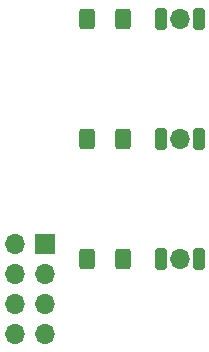
<source format=gbr>
%TF.GenerationSoftware,KiCad,Pcbnew,8.0.4-8.0.4-0~ubuntu22.04.1*%
%TF.CreationDate,2024-08-10T18:45:36+03:00*%
%TF.ProjectId,PM-PS-DC24-front,504d2d50-532d-4444-9332-342d66726f6e,rev?*%
%TF.SameCoordinates,Original*%
%TF.FileFunction,Soldermask,Bot*%
%TF.FilePolarity,Negative*%
%FSLAX46Y46*%
G04 Gerber Fmt 4.6, Leading zero omitted, Abs format (unit mm)*
G04 Created by KiCad (PCBNEW 8.0.4-8.0.4-0~ubuntu22.04.1) date 2024-08-10 18:45:36*
%MOMM*%
%LPD*%
G01*
G04 APERTURE LIST*
G04 Aperture macros list*
%AMRoundRect*
0 Rectangle with rounded corners*
0 $1 Rounding radius*
0 $2 $3 $4 $5 $6 $7 $8 $9 X,Y pos of 4 corners*
0 Add a 4 corners polygon primitive as box body*
4,1,4,$2,$3,$4,$5,$6,$7,$8,$9,$2,$3,0*
0 Add four circle primitives for the rounded corners*
1,1,$1+$1,$2,$3*
1,1,$1+$1,$4,$5*
1,1,$1+$1,$6,$7*
1,1,$1+$1,$8,$9*
0 Add four rect primitives between the rounded corners*
20,1,$1+$1,$2,$3,$4,$5,0*
20,1,$1+$1,$4,$5,$6,$7,0*
20,1,$1+$1,$6,$7,$8,$9,0*
20,1,$1+$1,$8,$9,$2,$3,0*%
G04 Aperture macros list end*
%ADD10R,1.700000X1.700000*%
%ADD11O,1.700000X1.700000*%
%ADD12RoundRect,0.250000X-0.400000X-0.625000X0.400000X-0.625000X0.400000X0.625000X-0.400000X0.625000X0*%
%ADD13RoundRect,0.190000X0.285000X0.710000X-0.285000X0.710000X-0.285000X-0.710000X0.285000X-0.710000X0*%
G04 APERTURE END LIST*
D10*
%TO.C,J1*%
X66040000Y-96520000D03*
D11*
X63500000Y-96520000D03*
X66040000Y-99060000D03*
X63500000Y-99060000D03*
X66040000Y-101600000D03*
X63500000Y-101600000D03*
X66040000Y-104140000D03*
X63500000Y-104140000D03*
%TD*%
D12*
%TO.C,R2*%
X69570000Y-87630000D03*
X72670000Y-87630000D03*
%TD*%
D11*
%TO.C,D3*%
X77470000Y-87630000D03*
D13*
X79070000Y-87630000D03*
X75870000Y-87630000D03*
%TD*%
D12*
%TO.C,R3*%
X69570000Y-97790000D03*
X72670000Y-97790000D03*
%TD*%
%TO.C,R1*%
X69570000Y-77470000D03*
X72670000Y-77470000D03*
%TD*%
D11*
%TO.C,D2*%
X77470000Y-77470000D03*
D13*
X79070000Y-77470000D03*
X75870000Y-77470000D03*
%TD*%
D11*
%TO.C,D1*%
X77470000Y-97790000D03*
D13*
X79070000Y-97790000D03*
X75870000Y-97790000D03*
%TD*%
M02*

</source>
